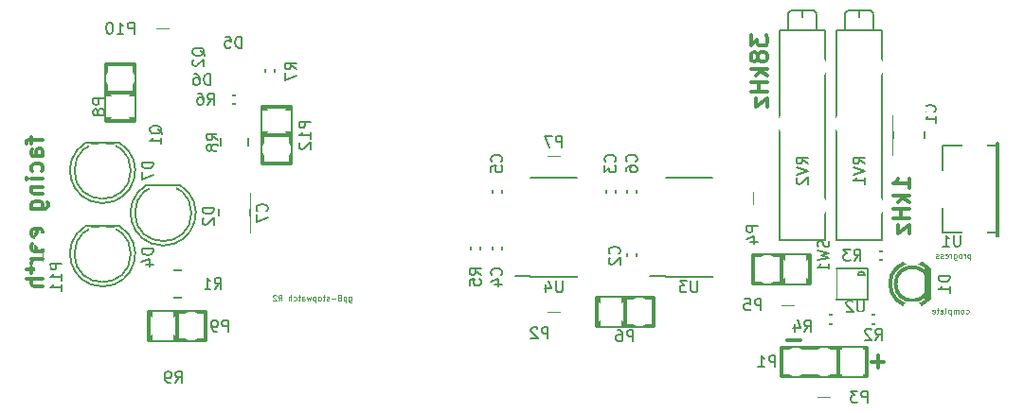
<source format=gbr>
%TF.GenerationSoftware,KiCad,Pcbnew,(2015-12-30 BZR 6409)-product*%
%TF.CreationDate,2016-01-04T10:25:45+01:00*%
%TF.ProjectId,transmitter,7472616E736D69747465722E6B696361,rev?*%
%TF.FileFunction,Legend,Bot*%
%FSLAX46Y46*%
G04 Gerber Fmt 4.6, Leading zero omitted, Abs format (unit mm)*
G04 Created by KiCad (PCBNEW (2015-12-30 BZR 6409)-product) date pon, 4 sty 2016, 10:25:45*
%MOMM*%
G01*
G04 APERTURE LIST*
%ADD10C,0.100000*%
%ADD11C,0.300000*%
%ADD12C,0.050800*%
%ADD13C,0.200660*%
%ADD14C,0.127000*%
%ADD15C,0.150000*%
%ADD16C,0.203200*%
%ADD17C,0.304800*%
%ADD18C,0.299720*%
%ADD19R,2.297380X2.297380*%
%ADD20R,1.748740X0.798780*%
%ADD21R,1.746200X0.798780*%
%ADD22C,1.197560*%
%ADD23R,1.400760X1.299160*%
%ADD24R,2.400000X2.300000*%
%ADD25C,2.300000*%
%ADD26O,2.600000X1.500000*%
%ADD27R,1.299160X1.400760*%
%ADD28R,3.092400X2.000200*%
%ADD29R,1.400000X0.650000*%
%ADD30R,1.924000X2.599640*%
%ADD31O,1.924000X2.599640*%
%ADD32R,2.899360X2.350720*%
%ADD33C,1.924000*%
%ADD34C,1.416000*%
%ADD35R,2.599640X1.924000*%
%ADD36O,2.599640X1.924000*%
%ADD37R,2.000200X3.092400*%
%ADD38C,1.720800*%
%ADD39R,1.900000X1.000000*%
%ADD40R,1.400000X1.000000*%
G04 APERTURE END LIST*
D10*
D11*
X122999428Y-114280143D02*
X121856571Y-114280143D01*
X130492428Y-116185143D02*
X129349571Y-116185143D01*
X129921000Y-116756571D02*
X129921000Y-115613714D01*
D12*
X137788952Y-111838619D02*
X137837333Y-111862810D01*
X137934095Y-111862810D01*
X137982476Y-111838619D01*
X138006667Y-111814429D01*
X138030857Y-111766048D01*
X138030857Y-111620905D01*
X138006667Y-111572524D01*
X137982476Y-111548333D01*
X137934095Y-111524143D01*
X137837333Y-111524143D01*
X137788952Y-111548333D01*
X137498666Y-111862810D02*
X137547047Y-111838619D01*
X137571238Y-111814429D01*
X137595428Y-111766048D01*
X137595428Y-111620905D01*
X137571238Y-111572524D01*
X137547047Y-111548333D01*
X137498666Y-111524143D01*
X137426095Y-111524143D01*
X137377714Y-111548333D01*
X137353523Y-111572524D01*
X137329333Y-111620905D01*
X137329333Y-111766048D01*
X137353523Y-111814429D01*
X137377714Y-111838619D01*
X137426095Y-111862810D01*
X137498666Y-111862810D01*
X137111619Y-111862810D02*
X137111619Y-111524143D01*
X137111619Y-111572524D02*
X137087428Y-111548333D01*
X137039047Y-111524143D01*
X136966476Y-111524143D01*
X136918095Y-111548333D01*
X136893904Y-111596714D01*
X136893904Y-111862810D01*
X136893904Y-111596714D02*
X136869714Y-111548333D01*
X136821333Y-111524143D01*
X136748761Y-111524143D01*
X136700381Y-111548333D01*
X136676190Y-111596714D01*
X136676190Y-111862810D01*
X136434286Y-111524143D02*
X136434286Y-112032143D01*
X136434286Y-111548333D02*
X136385905Y-111524143D01*
X136289143Y-111524143D01*
X136240762Y-111548333D01*
X136216571Y-111572524D01*
X136192381Y-111620905D01*
X136192381Y-111766048D01*
X136216571Y-111814429D01*
X136240762Y-111838619D01*
X136289143Y-111862810D01*
X136385905Y-111862810D01*
X136434286Y-111838619D01*
X135902095Y-111862810D02*
X135950476Y-111838619D01*
X135974667Y-111790238D01*
X135974667Y-111354810D01*
X135515048Y-111838619D02*
X135563429Y-111862810D01*
X135660191Y-111862810D01*
X135708572Y-111838619D01*
X135732762Y-111790238D01*
X135732762Y-111596714D01*
X135708572Y-111548333D01*
X135660191Y-111524143D01*
X135563429Y-111524143D01*
X135515048Y-111548333D01*
X135490857Y-111596714D01*
X135490857Y-111645095D01*
X135732762Y-111693476D01*
X135345714Y-111524143D02*
X135152190Y-111524143D01*
X135273143Y-111354810D02*
X135273143Y-111790238D01*
X135248952Y-111838619D01*
X135200571Y-111862810D01*
X135152190Y-111862810D01*
X134789333Y-111838619D02*
X134837714Y-111862810D01*
X134934476Y-111862810D01*
X134982857Y-111838619D01*
X135007047Y-111790238D01*
X135007047Y-111596714D01*
X134982857Y-111548333D01*
X134934476Y-111524143D01*
X134837714Y-111524143D01*
X134789333Y-111548333D01*
X134765142Y-111596714D01*
X134765142Y-111645095D01*
X135007047Y-111693476D01*
X138163905Y-106571143D02*
X138163905Y-107079143D01*
X138163905Y-106595333D02*
X138115524Y-106571143D01*
X138018762Y-106571143D01*
X137970381Y-106595333D01*
X137946190Y-106619524D01*
X137922000Y-106667905D01*
X137922000Y-106813048D01*
X137946190Y-106861429D01*
X137970381Y-106885619D01*
X138018762Y-106909810D01*
X138115524Y-106909810D01*
X138163905Y-106885619D01*
X137704286Y-106909810D02*
X137704286Y-106571143D01*
X137704286Y-106667905D02*
X137680095Y-106619524D01*
X137655905Y-106595333D01*
X137607524Y-106571143D01*
X137559143Y-106571143D01*
X137317238Y-106909810D02*
X137365619Y-106885619D01*
X137389810Y-106861429D01*
X137414000Y-106813048D01*
X137414000Y-106667905D01*
X137389810Y-106619524D01*
X137365619Y-106595333D01*
X137317238Y-106571143D01*
X137244667Y-106571143D01*
X137196286Y-106595333D01*
X137172095Y-106619524D01*
X137147905Y-106667905D01*
X137147905Y-106813048D01*
X137172095Y-106861429D01*
X137196286Y-106885619D01*
X137244667Y-106909810D01*
X137317238Y-106909810D01*
X136712476Y-106571143D02*
X136712476Y-106982381D01*
X136736667Y-107030762D01*
X136760857Y-107054952D01*
X136809238Y-107079143D01*
X136881810Y-107079143D01*
X136930191Y-107054952D01*
X136712476Y-106885619D02*
X136760857Y-106909810D01*
X136857619Y-106909810D01*
X136906000Y-106885619D01*
X136930191Y-106861429D01*
X136954381Y-106813048D01*
X136954381Y-106667905D01*
X136930191Y-106619524D01*
X136906000Y-106595333D01*
X136857619Y-106571143D01*
X136760857Y-106571143D01*
X136712476Y-106595333D01*
X136470572Y-106909810D02*
X136470572Y-106571143D01*
X136470572Y-106667905D02*
X136446381Y-106619524D01*
X136422191Y-106595333D01*
X136373810Y-106571143D01*
X136325429Y-106571143D01*
X135962572Y-106885619D02*
X136010953Y-106909810D01*
X136107715Y-106909810D01*
X136156096Y-106885619D01*
X136180286Y-106837238D01*
X136180286Y-106643714D01*
X136156096Y-106595333D01*
X136107715Y-106571143D01*
X136010953Y-106571143D01*
X135962572Y-106595333D01*
X135938381Y-106643714D01*
X135938381Y-106692095D01*
X136180286Y-106740476D01*
X135744857Y-106885619D02*
X135696476Y-106909810D01*
X135599714Y-106909810D01*
X135551333Y-106885619D01*
X135527143Y-106837238D01*
X135527143Y-106813048D01*
X135551333Y-106764667D01*
X135599714Y-106740476D01*
X135672286Y-106740476D01*
X135720667Y-106716286D01*
X135744857Y-106667905D01*
X135744857Y-106643714D01*
X135720667Y-106595333D01*
X135672286Y-106571143D01*
X135599714Y-106571143D01*
X135551333Y-106595333D01*
X135333619Y-106885619D02*
X135285238Y-106909810D01*
X135188476Y-106909810D01*
X135140095Y-106885619D01*
X135115905Y-106837238D01*
X135115905Y-106813048D01*
X135140095Y-106764667D01*
X135188476Y-106740476D01*
X135261048Y-106740476D01*
X135309429Y-106716286D01*
X135333619Y-106667905D01*
X135333619Y-106643714D01*
X135309429Y-106595333D01*
X135261048Y-106571143D01*
X135188476Y-106571143D01*
X135140095Y-106595333D01*
X82640714Y-110381143D02*
X82640714Y-110792381D01*
X82664905Y-110840762D01*
X82689095Y-110864952D01*
X82737476Y-110889143D01*
X82810048Y-110889143D01*
X82858429Y-110864952D01*
X82640714Y-110695619D02*
X82689095Y-110719810D01*
X82785857Y-110719810D01*
X82834238Y-110695619D01*
X82858429Y-110671429D01*
X82882619Y-110623048D01*
X82882619Y-110477905D01*
X82858429Y-110429524D01*
X82834238Y-110405333D01*
X82785857Y-110381143D01*
X82689095Y-110381143D01*
X82640714Y-110405333D01*
X82398810Y-110381143D02*
X82398810Y-110889143D01*
X82398810Y-110405333D02*
X82350429Y-110381143D01*
X82253667Y-110381143D01*
X82205286Y-110405333D01*
X82181095Y-110429524D01*
X82156905Y-110477905D01*
X82156905Y-110623048D01*
X82181095Y-110671429D01*
X82205286Y-110695619D01*
X82253667Y-110719810D01*
X82350429Y-110719810D01*
X82398810Y-110695619D01*
X81866619Y-110429524D02*
X81915000Y-110405333D01*
X81939191Y-110381143D01*
X81963381Y-110332762D01*
X81963381Y-110308571D01*
X81939191Y-110260190D01*
X81915000Y-110236000D01*
X81866619Y-110211810D01*
X81769857Y-110211810D01*
X81721476Y-110236000D01*
X81697286Y-110260190D01*
X81673095Y-110308571D01*
X81673095Y-110332762D01*
X81697286Y-110381143D01*
X81721476Y-110405333D01*
X81769857Y-110429524D01*
X81866619Y-110429524D01*
X81915000Y-110453714D01*
X81939191Y-110477905D01*
X81963381Y-110526286D01*
X81963381Y-110623048D01*
X81939191Y-110671429D01*
X81915000Y-110695619D01*
X81866619Y-110719810D01*
X81769857Y-110719810D01*
X81721476Y-110695619D01*
X81697286Y-110671429D01*
X81673095Y-110623048D01*
X81673095Y-110526286D01*
X81697286Y-110477905D01*
X81721476Y-110453714D01*
X81769857Y-110429524D01*
X81455381Y-110526286D02*
X81068333Y-110526286D01*
X80850619Y-110695619D02*
X80802238Y-110719810D01*
X80705476Y-110719810D01*
X80657095Y-110695619D01*
X80632905Y-110647238D01*
X80632905Y-110623048D01*
X80657095Y-110574667D01*
X80705476Y-110550476D01*
X80778048Y-110550476D01*
X80826429Y-110526286D01*
X80850619Y-110477905D01*
X80850619Y-110453714D01*
X80826429Y-110405333D01*
X80778048Y-110381143D01*
X80705476Y-110381143D01*
X80657095Y-110405333D01*
X80487762Y-110381143D02*
X80294238Y-110381143D01*
X80415191Y-110211810D02*
X80415191Y-110647238D01*
X80391000Y-110695619D01*
X80342619Y-110719810D01*
X80294238Y-110719810D01*
X80052333Y-110719810D02*
X80100714Y-110695619D01*
X80124905Y-110671429D01*
X80149095Y-110623048D01*
X80149095Y-110477905D01*
X80124905Y-110429524D01*
X80100714Y-110405333D01*
X80052333Y-110381143D01*
X79979762Y-110381143D01*
X79931381Y-110405333D01*
X79907190Y-110429524D01*
X79883000Y-110477905D01*
X79883000Y-110623048D01*
X79907190Y-110671429D01*
X79931381Y-110695619D01*
X79979762Y-110719810D01*
X80052333Y-110719810D01*
X79665286Y-110381143D02*
X79665286Y-110889143D01*
X79665286Y-110405333D02*
X79616905Y-110381143D01*
X79520143Y-110381143D01*
X79471762Y-110405333D01*
X79447571Y-110429524D01*
X79423381Y-110477905D01*
X79423381Y-110623048D01*
X79447571Y-110671429D01*
X79471762Y-110695619D01*
X79520143Y-110719810D01*
X79616905Y-110719810D01*
X79665286Y-110695619D01*
X79254048Y-110381143D02*
X79157286Y-110719810D01*
X79060524Y-110477905D01*
X78963762Y-110719810D01*
X78867000Y-110381143D01*
X78455762Y-110719810D02*
X78455762Y-110453714D01*
X78479953Y-110405333D01*
X78528334Y-110381143D01*
X78625096Y-110381143D01*
X78673477Y-110405333D01*
X78455762Y-110695619D02*
X78504143Y-110719810D01*
X78625096Y-110719810D01*
X78673477Y-110695619D01*
X78697667Y-110647238D01*
X78697667Y-110598857D01*
X78673477Y-110550476D01*
X78625096Y-110526286D01*
X78504143Y-110526286D01*
X78455762Y-110502095D01*
X78286429Y-110381143D02*
X78092905Y-110381143D01*
X78213858Y-110211810D02*
X78213858Y-110647238D01*
X78189667Y-110695619D01*
X78141286Y-110719810D01*
X78092905Y-110719810D01*
X77705857Y-110695619D02*
X77754238Y-110719810D01*
X77851000Y-110719810D01*
X77899381Y-110695619D01*
X77923572Y-110671429D01*
X77947762Y-110623048D01*
X77947762Y-110477905D01*
X77923572Y-110429524D01*
X77899381Y-110405333D01*
X77851000Y-110381143D01*
X77754238Y-110381143D01*
X77705857Y-110405333D01*
X77488143Y-110719810D02*
X77488143Y-110211810D01*
X77270428Y-110719810D02*
X77270428Y-110453714D01*
X77294619Y-110405333D01*
X77343000Y-110381143D01*
X77415571Y-110381143D01*
X77463952Y-110405333D01*
X77488143Y-110429524D01*
X76351190Y-110719810D02*
X76520523Y-110477905D01*
X76641476Y-110719810D02*
X76641476Y-110211810D01*
X76447952Y-110211810D01*
X76399571Y-110236000D01*
X76375380Y-110260190D01*
X76351190Y-110308571D01*
X76351190Y-110381143D01*
X76375380Y-110429524D01*
X76399571Y-110453714D01*
X76447952Y-110477905D01*
X76641476Y-110477905D01*
X76157666Y-110260190D02*
X76133476Y-110236000D01*
X76085095Y-110211810D01*
X75964142Y-110211810D01*
X75915761Y-110236000D01*
X75891571Y-110260190D01*
X75867380Y-110308571D01*
X75867380Y-110356952D01*
X75891571Y-110429524D01*
X76181857Y-110719810D01*
X75867380Y-110719810D01*
D11*
X54288571Y-96084286D02*
X54288571Y-96655715D01*
X55288571Y-96298572D02*
X54002857Y-96298572D01*
X53860000Y-96370000D01*
X53788571Y-96512858D01*
X53788571Y-96655715D01*
X55288571Y-97798572D02*
X54502857Y-97798572D01*
X54360000Y-97727143D01*
X54288571Y-97584286D01*
X54288571Y-97298572D01*
X54360000Y-97155715D01*
X55217143Y-97798572D02*
X55288571Y-97655715D01*
X55288571Y-97298572D01*
X55217143Y-97155715D01*
X55074286Y-97084286D01*
X54931429Y-97084286D01*
X54788571Y-97155715D01*
X54717143Y-97298572D01*
X54717143Y-97655715D01*
X54645714Y-97798572D01*
X55217143Y-99155715D02*
X55288571Y-99012858D01*
X55288571Y-98727144D01*
X55217143Y-98584286D01*
X55145714Y-98512858D01*
X55002857Y-98441429D01*
X54574286Y-98441429D01*
X54431429Y-98512858D01*
X54360000Y-98584286D01*
X54288571Y-98727144D01*
X54288571Y-99012858D01*
X54360000Y-99155715D01*
X55288571Y-99798572D02*
X54288571Y-99798572D01*
X53788571Y-99798572D02*
X53860000Y-99727143D01*
X53931429Y-99798572D01*
X53860000Y-99870000D01*
X53788571Y-99798572D01*
X53931429Y-99798572D01*
X54288571Y-100512858D02*
X55288571Y-100512858D01*
X54431429Y-100512858D02*
X54360000Y-100584286D01*
X54288571Y-100727144D01*
X54288571Y-100941429D01*
X54360000Y-101084286D01*
X54502857Y-101155715D01*
X55288571Y-101155715D01*
X54288571Y-102512858D02*
X55502857Y-102512858D01*
X55645714Y-102441429D01*
X55717143Y-102370001D01*
X55788571Y-102227144D01*
X55788571Y-102012858D01*
X55717143Y-101870001D01*
X55217143Y-102512858D02*
X55288571Y-102370001D01*
X55288571Y-102084287D01*
X55217143Y-101941429D01*
X55145714Y-101870001D01*
X55002857Y-101798572D01*
X54574286Y-101798572D01*
X54431429Y-101870001D01*
X54360000Y-101941429D01*
X54288571Y-102084287D01*
X54288571Y-102370001D01*
X54360000Y-102512858D01*
X55217143Y-104941429D02*
X55288571Y-104798572D01*
X55288571Y-104512858D01*
X55217143Y-104370001D01*
X55074286Y-104298572D01*
X54502857Y-104298572D01*
X54360000Y-104370001D01*
X54288571Y-104512858D01*
X54288571Y-104798572D01*
X54360000Y-104941429D01*
X54502857Y-105012858D01*
X54645714Y-105012858D01*
X54788571Y-104298572D01*
X55288571Y-106298572D02*
X54502857Y-106298572D01*
X54360000Y-106227143D01*
X54288571Y-106084286D01*
X54288571Y-105798572D01*
X54360000Y-105655715D01*
X55217143Y-106298572D02*
X55288571Y-106155715D01*
X55288571Y-105798572D01*
X55217143Y-105655715D01*
X55074286Y-105584286D01*
X54931429Y-105584286D01*
X54788571Y-105655715D01*
X54717143Y-105798572D01*
X54717143Y-106155715D01*
X54645714Y-106298572D01*
X55288571Y-107012858D02*
X54288571Y-107012858D01*
X54574286Y-107012858D02*
X54431429Y-107084286D01*
X54360000Y-107155715D01*
X54288571Y-107298572D01*
X54288571Y-107441429D01*
X54288571Y-107727143D02*
X54288571Y-108298572D01*
X53788571Y-107941429D02*
X55074286Y-107941429D01*
X55217143Y-108012857D01*
X55288571Y-108155715D01*
X55288571Y-108298572D01*
X55288571Y-108798572D02*
X53788571Y-108798572D01*
X55288571Y-109441429D02*
X54502857Y-109441429D01*
X54360000Y-109370000D01*
X54288571Y-109227143D01*
X54288571Y-109012858D01*
X54360000Y-108870000D01*
X54431429Y-108798572D01*
X132758571Y-100663571D02*
X132758571Y-99806428D01*
X132758571Y-100235000D02*
X131258571Y-100235000D01*
X131472857Y-100092143D01*
X131615714Y-99949285D01*
X131687143Y-99806428D01*
X132758571Y-101306428D02*
X131258571Y-101306428D01*
X132187143Y-101449285D02*
X132758571Y-101877856D01*
X131758571Y-101877856D02*
X132330000Y-101306428D01*
X132758571Y-102520714D02*
X131258571Y-102520714D01*
X131972857Y-102520714D02*
X131972857Y-103377857D01*
X132758571Y-103377857D02*
X131258571Y-103377857D01*
X131758571Y-103949286D02*
X131758571Y-104735000D01*
X132758571Y-103949286D01*
X132758571Y-104735000D01*
X118558571Y-86955715D02*
X118558571Y-87884286D01*
X119130000Y-87384286D01*
X119130000Y-87598572D01*
X119201429Y-87741429D01*
X119272857Y-87812858D01*
X119415714Y-87884286D01*
X119772857Y-87884286D01*
X119915714Y-87812858D01*
X119987143Y-87741429D01*
X120058571Y-87598572D01*
X120058571Y-87170000D01*
X119987143Y-87027143D01*
X119915714Y-86955715D01*
X119201429Y-88741429D02*
X119130000Y-88598571D01*
X119058571Y-88527143D01*
X118915714Y-88455714D01*
X118844286Y-88455714D01*
X118701429Y-88527143D01*
X118630000Y-88598571D01*
X118558571Y-88741429D01*
X118558571Y-89027143D01*
X118630000Y-89170000D01*
X118701429Y-89241429D01*
X118844286Y-89312857D01*
X118915714Y-89312857D01*
X119058571Y-89241429D01*
X119130000Y-89170000D01*
X119201429Y-89027143D01*
X119201429Y-88741429D01*
X119272857Y-88598571D01*
X119344286Y-88527143D01*
X119487143Y-88455714D01*
X119772857Y-88455714D01*
X119915714Y-88527143D01*
X119987143Y-88598571D01*
X120058571Y-88741429D01*
X120058571Y-89027143D01*
X119987143Y-89170000D01*
X119915714Y-89241429D01*
X119772857Y-89312857D01*
X119487143Y-89312857D01*
X119344286Y-89241429D01*
X119272857Y-89170000D01*
X119201429Y-89027143D01*
X120058571Y-89955714D02*
X118558571Y-89955714D01*
X119487143Y-90098571D02*
X120058571Y-90527142D01*
X119058571Y-90527142D02*
X119630000Y-89955714D01*
X120058571Y-91170000D02*
X118558571Y-91170000D01*
X119272857Y-91170000D02*
X119272857Y-92027143D01*
X120058571Y-92027143D02*
X118558571Y-92027143D01*
X119058571Y-92598572D02*
X119058571Y-93384286D01*
X120058571Y-92598572D01*
X120058571Y-93384286D01*
D13*
X140614980Y-96541840D02*
X140614980Y-104944160D01*
X140716580Y-96541840D02*
X140716580Y-104944160D01*
X140716580Y-104944160D02*
X140515920Y-104944160D01*
X140515920Y-104944160D02*
X140515920Y-96541840D01*
X140515920Y-96541840D02*
X140716580Y-96541840D01*
X140716580Y-96844100D02*
X135715320Y-96844100D01*
X135715320Y-96844100D02*
X135715320Y-104641900D01*
X135715320Y-104641900D02*
X140716580Y-104641900D01*
D14*
X108356400Y-107238800D02*
X107543600Y-107238800D01*
X107569000Y-106121200D02*
X108356400Y-106121200D01*
X107543600Y-105867200D02*
X107543600Y-107492800D01*
X107543600Y-107492800D02*
X108356400Y-107492800D01*
X108356400Y-107492800D02*
X108356400Y-105867200D01*
X108356400Y-105867200D02*
X107543600Y-105867200D01*
X106451400Y-101523800D02*
X105638600Y-101523800D01*
X105664000Y-100406200D02*
X106451400Y-100406200D01*
X105638600Y-100152200D02*
X105638600Y-101777800D01*
X105638600Y-101777800D02*
X106451400Y-101777800D01*
X106451400Y-101777800D02*
X106451400Y-100152200D01*
X106451400Y-100152200D02*
X105638600Y-100152200D01*
X96291400Y-106603800D02*
X95478600Y-106603800D01*
X95504000Y-105486200D02*
X96291400Y-105486200D01*
X95478600Y-105232200D02*
X95478600Y-106857800D01*
X95478600Y-106857800D02*
X96291400Y-106857800D01*
X96291400Y-106857800D02*
X96291400Y-105232200D01*
X96291400Y-105232200D02*
X95478600Y-105232200D01*
D15*
X62150904Y-104053112D02*
G75*
G02X59126000Y-104038000I-1524904J-2484888D01*
G01*
X62126000Y-104038000D02*
X59126000Y-104038000D01*
X63143936Y-106538000D02*
G75*
G03X63143936Y-106538000I-2517936J0D01*
G01*
D14*
X130098800Y-111988600D02*
X130098800Y-112801400D01*
X128981200Y-112776000D02*
X128981200Y-111988600D01*
X128727200Y-112801400D02*
X130352800Y-112801400D01*
X130352800Y-112801400D02*
X130352800Y-111988600D01*
X130352800Y-111988600D02*
X128727200Y-111988600D01*
X128727200Y-111988600D02*
X128727200Y-112801400D01*
X130733800Y-106273600D02*
X130733800Y-107086400D01*
X129616200Y-107061000D02*
X129616200Y-106273600D01*
X129362200Y-107086400D02*
X130987800Y-107086400D01*
X130987800Y-107086400D02*
X130987800Y-106273600D01*
X130987800Y-106273600D02*
X129362200Y-106273600D01*
X129362200Y-106273600D02*
X129362200Y-107086400D01*
X125171200Y-112801400D02*
X125171200Y-111988600D01*
X126288800Y-112014000D02*
X126288800Y-112801400D01*
X126542800Y-111988600D02*
X124917200Y-111988600D01*
X124917200Y-111988600D02*
X124917200Y-112801400D01*
X124917200Y-112801400D02*
X126542800Y-112801400D01*
X126542800Y-112801400D02*
X126542800Y-111988600D01*
X94386400Y-106603800D02*
X93573600Y-106603800D01*
X93599000Y-105486200D02*
X94386400Y-105486200D01*
X93573600Y-105232200D02*
X93573600Y-106857800D01*
X93573600Y-106857800D02*
X94386400Y-106857800D01*
X94386400Y-106857800D02*
X94386400Y-105232200D01*
X94386400Y-105232200D02*
X93573600Y-105232200D01*
X71831200Y-93116400D02*
X71831200Y-92303600D01*
X72948800Y-92329000D02*
X72948800Y-93116400D01*
X73202800Y-92303600D02*
X71577200Y-92303600D01*
X71577200Y-92303600D02*
X71577200Y-93116400D01*
X71577200Y-93116400D02*
X73202800Y-93116400D01*
X73202800Y-93116400D02*
X73202800Y-92303600D01*
X75971400Y-90728800D02*
X75158600Y-90728800D01*
X75184000Y-89611200D02*
X75971400Y-89611200D01*
X75158600Y-89357200D02*
X75158600Y-90982800D01*
X75158600Y-90982800D02*
X75971400Y-90982800D01*
X75971400Y-90982800D02*
X75971400Y-89357200D01*
X75971400Y-89357200D02*
X75158600Y-89357200D01*
X71145400Y-94919800D02*
X73634600Y-94919800D01*
X73634600Y-98120200D02*
X71145400Y-98120200D01*
X71145400Y-97663000D02*
X73634600Y-97663000D01*
X73634600Y-95377000D02*
X71145400Y-95377000D01*
X73634600Y-94919800D02*
X73634600Y-98120200D01*
X71145400Y-98120200D02*
X71145400Y-94919800D01*
D16*
X126235000Y-107820000D02*
X126235000Y-110620000D01*
X126235000Y-110620000D02*
X129035000Y-110620000D01*
X129035000Y-110620000D02*
X129035000Y-107820000D01*
X129035000Y-107820000D02*
X126235000Y-107820000D01*
X128135000Y-108420000D02*
G75*
G02X128735000Y-108420000I300000J0D01*
G01*
X128135000Y-108420000D02*
X128735000Y-108420000D01*
D17*
X121285000Y-106680000D02*
X121285000Y-109220000D01*
X121285000Y-109220000D02*
X123825000Y-106680000D01*
X123825000Y-109220000D02*
X121285000Y-106680000D01*
X118745000Y-109220000D02*
X123825000Y-109220000D01*
X123825000Y-106680000D02*
X118745000Y-106680000D01*
X123825000Y-109220000D02*
X123825000Y-106680000D01*
X118745000Y-106680000D02*
X118745000Y-109220000D01*
D15*
X62150904Y-96590112D02*
G75*
G02X59126000Y-96575000I-1524904J-2484888D01*
G01*
X62126000Y-96575000D02*
X59126000Y-96575000D01*
X63143936Y-99075000D02*
G75*
G03X63143936Y-99075000I-2517936J0D01*
G01*
D14*
X96291400Y-101523800D02*
X95478600Y-101523800D01*
X95504000Y-100406200D02*
X96291400Y-100406200D01*
X95478600Y-100152200D02*
X95478600Y-101777800D01*
X95478600Y-101777800D02*
X96291400Y-101777800D01*
X96291400Y-101777800D02*
X96291400Y-100152200D01*
X96291400Y-100152200D02*
X95478600Y-100152200D01*
X108356400Y-101523800D02*
X107543600Y-101523800D01*
X107569000Y-100406200D02*
X108356400Y-100406200D01*
X107543600Y-100152200D02*
X107543600Y-101777800D01*
X107543600Y-101777800D02*
X108356400Y-101777800D01*
X108356400Y-101777800D02*
X108356400Y-100152200D01*
X108356400Y-100152200D02*
X107543600Y-100152200D01*
X131318000Y-97091500D02*
X134112000Y-97091500D01*
X131318000Y-97663000D02*
X131318000Y-94107000D01*
X131318000Y-94107000D02*
X134112000Y-94107000D01*
X134112000Y-94107000D02*
X134112000Y-97663000D01*
X134112000Y-97663000D02*
X131318000Y-97663000D01*
X70993000Y-104076500D02*
X73787000Y-104076500D01*
X70993000Y-104648000D02*
X70993000Y-101092000D01*
X70993000Y-101092000D02*
X73787000Y-101092000D01*
X73787000Y-101092000D02*
X73787000Y-104648000D01*
X73787000Y-104648000D02*
X70993000Y-104648000D01*
D18*
X134508760Y-110530640D02*
G75*
G02X131689360Y-110728760I-1508760J1310640D01*
G01*
X131669040Y-107718860D02*
G75*
G02X134501140Y-107889040I1330960J-1501140D01*
G01*
X133000000Y-111218980D02*
G75*
G02X131001020Y-109220000I0J1998980D01*
G01*
X131001020Y-109220000D02*
G75*
G02X133000000Y-107221020I1998980J0D01*
G01*
X134300480Y-107718860D02*
X134300480Y-110721140D01*
X134501140Y-107919520D02*
X134501140Y-110520480D01*
X134501140Y-109220000D02*
G75*
G03X134501140Y-109220000I-1501140J0D01*
G01*
D15*
X67564904Y-100385112D02*
G75*
G02X64540000Y-100370000I-1524904J-2484888D01*
G01*
X67540000Y-100370000D02*
X64540000Y-100370000D01*
X68557936Y-102870000D02*
G75*
G03X68557936Y-102870000I-2517936J0D01*
G01*
D17*
X126365000Y-117475000D02*
X126365000Y-114935000D01*
X128905000Y-114935000D02*
X121285000Y-114935000D01*
X121285000Y-114935000D02*
X121285000Y-117475000D01*
X121285000Y-117475000D02*
X128905000Y-117475000D01*
X128905000Y-117475000D02*
X128905000Y-114935000D01*
D10*
X99695000Y-111760000D02*
X102235000Y-111760000D01*
X123825000Y-119380000D02*
X126365000Y-119380000D01*
X118745000Y-100330000D02*
X118745000Y-102870000D01*
X123190000Y-111125000D02*
X120650000Y-111125000D01*
D17*
X107315000Y-113030000D02*
X107315000Y-110490000D01*
X107315000Y-110490000D02*
X104775000Y-113030000D01*
X104775000Y-110490000D02*
X107315000Y-113030000D01*
X109855000Y-110490000D02*
X104775000Y-110490000D01*
X104775000Y-113030000D02*
X109855000Y-113030000D01*
X104775000Y-110490000D02*
X104775000Y-113030000D01*
X109855000Y-113030000D02*
X109855000Y-110490000D01*
D10*
X99695000Y-97790000D02*
X102235000Y-97790000D01*
D17*
X63500000Y-92075000D02*
X60960000Y-92075000D01*
X60960000Y-92075000D02*
X63500000Y-94615000D01*
X60960000Y-94615000D02*
X63500000Y-92075000D01*
X60960000Y-89535000D02*
X60960000Y-94615000D01*
X63500000Y-94615000D02*
X63500000Y-89535000D01*
X60960000Y-94615000D02*
X63500000Y-94615000D01*
X63500000Y-89535000D02*
X60960000Y-89535000D01*
X67310000Y-114300000D02*
X67310000Y-111760000D01*
X67310000Y-111760000D02*
X64770000Y-114300000D01*
X64770000Y-111760000D02*
X67310000Y-114300000D01*
X69850000Y-111760000D02*
X64770000Y-111760000D01*
X64770000Y-114300000D02*
X69850000Y-114300000D01*
X64770000Y-111760000D02*
X64770000Y-114300000D01*
X69850000Y-114300000D02*
X69850000Y-111760000D01*
D10*
X67310000Y-86360000D02*
X64770000Y-86360000D01*
X55245000Y-105410000D02*
X55245000Y-107950000D01*
D17*
X74930000Y-95885000D02*
X77470000Y-95885000D01*
X77470000Y-95885000D02*
X74930000Y-93345000D01*
X77470000Y-93345000D02*
X74930000Y-95885000D01*
X77470000Y-98425000D02*
X77470000Y-93345000D01*
X74930000Y-93345000D02*
X74930000Y-98425000D01*
X77470000Y-93345000D02*
X74930000Y-93345000D01*
X74930000Y-98425000D02*
X77470000Y-98425000D01*
D14*
X68910200Y-107975400D02*
X68910200Y-110464600D01*
X65709800Y-110464600D02*
X65709800Y-107975400D01*
X66167000Y-107975400D02*
X66167000Y-110464600D01*
X68453000Y-110464600D02*
X68453000Y-107975400D01*
X68910200Y-110464600D02*
X65709800Y-110464600D01*
X65709800Y-107975400D02*
X68910200Y-107975400D01*
D15*
X127000000Y-84963000D02*
X127254000Y-84709000D01*
X127254000Y-84709000D02*
X128270000Y-84709000D01*
X128270000Y-84709000D02*
X129286000Y-84709000D01*
X129286000Y-84709000D02*
X129540000Y-84963000D01*
X127000000Y-86360000D02*
X127000000Y-85090000D01*
X129540000Y-86360000D02*
X129540000Y-85090000D01*
X128270000Y-84836000D02*
X128270000Y-85344000D01*
X130302000Y-86487000D02*
X126238000Y-86487000D01*
X130302000Y-105283000D02*
X126238000Y-105283000D01*
X130302000Y-86487000D02*
X130302000Y-105283000D01*
X126238000Y-105283000D02*
X126238000Y-86487000D01*
X121920000Y-84963000D02*
X122174000Y-84709000D01*
X122174000Y-84709000D02*
X123190000Y-84709000D01*
X123190000Y-84709000D02*
X124206000Y-84709000D01*
X124206000Y-84709000D02*
X124460000Y-84963000D01*
X121920000Y-86360000D02*
X121920000Y-85090000D01*
X124460000Y-86360000D02*
X124460000Y-85090000D01*
X123190000Y-84836000D02*
X123190000Y-85344000D01*
X125222000Y-86487000D02*
X121158000Y-86487000D01*
X125222000Y-105283000D02*
X121158000Y-105283000D01*
X125222000Y-86487000D02*
X125222000Y-105283000D01*
X121158000Y-105283000D02*
X121158000Y-86487000D01*
X110955000Y-108590000D02*
X110955000Y-108475000D01*
X115105000Y-108590000D02*
X115105000Y-108475000D01*
X115105000Y-99690000D02*
X115105000Y-99805000D01*
X110955000Y-99690000D02*
X110955000Y-99805000D01*
X110955000Y-108590000D02*
X115105000Y-108590000D01*
X110955000Y-99690000D02*
X115105000Y-99690000D01*
X110955000Y-108475000D02*
X109580000Y-108475000D01*
X98890000Y-108590000D02*
X98890000Y-108475000D01*
X103040000Y-108590000D02*
X103040000Y-108475000D01*
X103040000Y-99690000D02*
X103040000Y-99805000D01*
X98890000Y-99690000D02*
X98890000Y-99805000D01*
X98890000Y-108590000D02*
X103040000Y-108590000D01*
X98890000Y-99690000D02*
X103040000Y-99690000D01*
X98890000Y-108475000D02*
X97515000Y-108475000D01*
X137286905Y-104862381D02*
X137286905Y-105671905D01*
X137239286Y-105767143D01*
X137191667Y-105814762D01*
X137096429Y-105862381D01*
X136905952Y-105862381D01*
X136810714Y-105814762D01*
X136763095Y-105767143D01*
X136715476Y-105671905D01*
X136715476Y-104862381D01*
X135715476Y-105862381D02*
X136286905Y-105862381D01*
X136001191Y-105862381D02*
X136001191Y-104862381D01*
X136096429Y-105005238D01*
X136191667Y-105100476D01*
X136286905Y-105148095D01*
X106783143Y-106513334D02*
X106830762Y-106465715D01*
X106878381Y-106322858D01*
X106878381Y-106227620D01*
X106830762Y-106084762D01*
X106735524Y-105989524D01*
X106640286Y-105941905D01*
X106449810Y-105894286D01*
X106306952Y-105894286D01*
X106116476Y-105941905D01*
X106021238Y-105989524D01*
X105926000Y-106084762D01*
X105878381Y-106227620D01*
X105878381Y-106322858D01*
X105926000Y-106465715D01*
X105973619Y-106513334D01*
X105973619Y-106894286D02*
X105926000Y-106941905D01*
X105878381Y-107037143D01*
X105878381Y-107275239D01*
X105926000Y-107370477D01*
X105973619Y-107418096D01*
X106068857Y-107465715D01*
X106164095Y-107465715D01*
X106306952Y-107418096D01*
X106878381Y-106846667D01*
X106878381Y-107465715D01*
X106402143Y-98258334D02*
X106449762Y-98210715D01*
X106497381Y-98067858D01*
X106497381Y-97972620D01*
X106449762Y-97829762D01*
X106354524Y-97734524D01*
X106259286Y-97686905D01*
X106068810Y-97639286D01*
X105925952Y-97639286D01*
X105735476Y-97686905D01*
X105640238Y-97734524D01*
X105545000Y-97829762D01*
X105497381Y-97972620D01*
X105497381Y-98067858D01*
X105545000Y-98210715D01*
X105592619Y-98258334D01*
X105497381Y-98591667D02*
X105497381Y-99210715D01*
X105878333Y-98877381D01*
X105878333Y-99020239D01*
X105925952Y-99115477D01*
X105973571Y-99163096D01*
X106068810Y-99210715D01*
X106306905Y-99210715D01*
X106402143Y-99163096D01*
X106449762Y-99115477D01*
X106497381Y-99020239D01*
X106497381Y-98734524D01*
X106449762Y-98639286D01*
X106402143Y-98591667D01*
X96242143Y-108418334D02*
X96289762Y-108370715D01*
X96337381Y-108227858D01*
X96337381Y-108132620D01*
X96289762Y-107989762D01*
X96194524Y-107894524D01*
X96099286Y-107846905D01*
X95908810Y-107799286D01*
X95765952Y-107799286D01*
X95575476Y-107846905D01*
X95480238Y-107894524D01*
X95385000Y-107989762D01*
X95337381Y-108132620D01*
X95337381Y-108227858D01*
X95385000Y-108370715D01*
X95432619Y-108418334D01*
X95670714Y-109275477D02*
X96337381Y-109275477D01*
X95289762Y-109037381D02*
X96004048Y-108799286D01*
X96004048Y-109418334D01*
X65142381Y-106053905D02*
X64142381Y-106053905D01*
X64142381Y-106292000D01*
X64190000Y-106434858D01*
X64285238Y-106530096D01*
X64380476Y-106577715D01*
X64570952Y-106625334D01*
X64713810Y-106625334D01*
X64904286Y-106577715D01*
X64999524Y-106530096D01*
X65094762Y-106434858D01*
X65142381Y-106292000D01*
X65142381Y-106053905D01*
X64475714Y-107482477D02*
X65142381Y-107482477D01*
X64094762Y-107244381D02*
X64809048Y-107006286D01*
X64809048Y-107625334D01*
X65952619Y-95789762D02*
X65905000Y-95694524D01*
X65809762Y-95599286D01*
X65666905Y-95456429D01*
X65619286Y-95361190D01*
X65619286Y-95265952D01*
X65857381Y-95313571D02*
X65809762Y-95218333D01*
X65714524Y-95123095D01*
X65524048Y-95075476D01*
X65190714Y-95075476D01*
X65000238Y-95123095D01*
X64905000Y-95218333D01*
X64857381Y-95313571D01*
X64857381Y-95504048D01*
X64905000Y-95599286D01*
X65000238Y-95694524D01*
X65190714Y-95742143D01*
X65524048Y-95742143D01*
X65714524Y-95694524D01*
X65809762Y-95599286D01*
X65857381Y-95504048D01*
X65857381Y-95313571D01*
X65857381Y-96694524D02*
X65857381Y-96123095D01*
X65857381Y-96408809D02*
X64857381Y-96408809D01*
X65000238Y-96313571D01*
X65095476Y-96218333D01*
X65143095Y-96123095D01*
X69762619Y-88804762D02*
X69715000Y-88709524D01*
X69619762Y-88614286D01*
X69476905Y-88471429D01*
X69429286Y-88376190D01*
X69429286Y-88280952D01*
X69667381Y-88328571D02*
X69619762Y-88233333D01*
X69524524Y-88138095D01*
X69334048Y-88090476D01*
X69000714Y-88090476D01*
X68810238Y-88138095D01*
X68715000Y-88233333D01*
X68667381Y-88328571D01*
X68667381Y-88519048D01*
X68715000Y-88614286D01*
X68810238Y-88709524D01*
X69000714Y-88757143D01*
X69334048Y-88757143D01*
X69524524Y-88709524D01*
X69619762Y-88614286D01*
X69667381Y-88519048D01*
X69667381Y-88328571D01*
X68762619Y-89138095D02*
X68715000Y-89185714D01*
X68667381Y-89280952D01*
X68667381Y-89519048D01*
X68715000Y-89614286D01*
X68762619Y-89661905D01*
X68857857Y-89709524D01*
X68953095Y-89709524D01*
X69095952Y-89661905D01*
X69667381Y-89090476D01*
X69667381Y-89709524D01*
X129706666Y-114244381D02*
X130040000Y-113768190D01*
X130278095Y-114244381D02*
X130278095Y-113244381D01*
X129897142Y-113244381D01*
X129801904Y-113292000D01*
X129754285Y-113339619D01*
X129706666Y-113434857D01*
X129706666Y-113577714D01*
X129754285Y-113672952D01*
X129801904Y-113720571D01*
X129897142Y-113768190D01*
X130278095Y-113768190D01*
X129325714Y-113339619D02*
X129278095Y-113292000D01*
X129182857Y-113244381D01*
X128944761Y-113244381D01*
X128849523Y-113292000D01*
X128801904Y-113339619D01*
X128754285Y-113434857D01*
X128754285Y-113530095D01*
X128801904Y-113672952D01*
X129373333Y-114244381D01*
X128754285Y-114244381D01*
X127801666Y-107132381D02*
X128135000Y-106656190D01*
X128373095Y-107132381D02*
X128373095Y-106132381D01*
X127992142Y-106132381D01*
X127896904Y-106180000D01*
X127849285Y-106227619D01*
X127801666Y-106322857D01*
X127801666Y-106465714D01*
X127849285Y-106560952D01*
X127896904Y-106608571D01*
X127992142Y-106656190D01*
X128373095Y-106656190D01*
X127468333Y-106132381D02*
X126849285Y-106132381D01*
X127182619Y-106513333D01*
X127039761Y-106513333D01*
X126944523Y-106560952D01*
X126896904Y-106608571D01*
X126849285Y-106703810D01*
X126849285Y-106941905D01*
X126896904Y-107037143D01*
X126944523Y-107084762D01*
X127039761Y-107132381D01*
X127325476Y-107132381D01*
X127420714Y-107084762D01*
X127468333Y-107037143D01*
X123356666Y-113482381D02*
X123690000Y-113006190D01*
X123928095Y-113482381D02*
X123928095Y-112482381D01*
X123547142Y-112482381D01*
X123451904Y-112530000D01*
X123404285Y-112577619D01*
X123356666Y-112672857D01*
X123356666Y-112815714D01*
X123404285Y-112910952D01*
X123451904Y-112958571D01*
X123547142Y-113006190D01*
X123928095Y-113006190D01*
X122499523Y-112815714D02*
X122499523Y-113482381D01*
X122737619Y-112434762D02*
X122975714Y-113149048D01*
X122356666Y-113149048D01*
X94432381Y-108418334D02*
X93956190Y-108085000D01*
X94432381Y-107846905D02*
X93432381Y-107846905D01*
X93432381Y-108227858D01*
X93480000Y-108323096D01*
X93527619Y-108370715D01*
X93622857Y-108418334D01*
X93765714Y-108418334D01*
X93860952Y-108370715D01*
X93908571Y-108323096D01*
X93956190Y-108227858D01*
X93956190Y-107846905D01*
X93432381Y-109323096D02*
X93432381Y-108846905D01*
X93908571Y-108799286D01*
X93860952Y-108846905D01*
X93813333Y-108942143D01*
X93813333Y-109180239D01*
X93860952Y-109275477D01*
X93908571Y-109323096D01*
X94003810Y-109370715D01*
X94241905Y-109370715D01*
X94337143Y-109323096D01*
X94384762Y-109275477D01*
X94432381Y-109180239D01*
X94432381Y-108942143D01*
X94384762Y-108846905D01*
X94337143Y-108799286D01*
X70016666Y-93162381D02*
X70350000Y-92686190D01*
X70588095Y-93162381D02*
X70588095Y-92162381D01*
X70207142Y-92162381D01*
X70111904Y-92210000D01*
X70064285Y-92257619D01*
X70016666Y-92352857D01*
X70016666Y-92495714D01*
X70064285Y-92590952D01*
X70111904Y-92638571D01*
X70207142Y-92686190D01*
X70588095Y-92686190D01*
X69159523Y-92162381D02*
X69350000Y-92162381D01*
X69445238Y-92210000D01*
X69492857Y-92257619D01*
X69588095Y-92400476D01*
X69635714Y-92590952D01*
X69635714Y-92971905D01*
X69588095Y-93067143D01*
X69540476Y-93114762D01*
X69445238Y-93162381D01*
X69254761Y-93162381D01*
X69159523Y-93114762D01*
X69111904Y-93067143D01*
X69064285Y-92971905D01*
X69064285Y-92733810D01*
X69111904Y-92638571D01*
X69159523Y-92590952D01*
X69254761Y-92543333D01*
X69445238Y-92543333D01*
X69540476Y-92590952D01*
X69588095Y-92638571D01*
X69635714Y-92733810D01*
X77922381Y-90003334D02*
X77446190Y-89670000D01*
X77922381Y-89431905D02*
X76922381Y-89431905D01*
X76922381Y-89812858D01*
X76970000Y-89908096D01*
X77017619Y-89955715D01*
X77112857Y-90003334D01*
X77255714Y-90003334D01*
X77350952Y-89955715D01*
X77398571Y-89908096D01*
X77446190Y-89812858D01*
X77446190Y-89431905D01*
X76922381Y-90336667D02*
X76922381Y-91003334D01*
X77922381Y-90574762D01*
X70937381Y-96353334D02*
X70461190Y-96020000D01*
X70937381Y-95781905D02*
X69937381Y-95781905D01*
X69937381Y-96162858D01*
X69985000Y-96258096D01*
X70032619Y-96305715D01*
X70127857Y-96353334D01*
X70270714Y-96353334D01*
X70365952Y-96305715D01*
X70413571Y-96258096D01*
X70461190Y-96162858D01*
X70461190Y-95781905D01*
X70365952Y-96924762D02*
X70318333Y-96829524D01*
X70270714Y-96781905D01*
X70175476Y-96734286D01*
X70127857Y-96734286D01*
X70032619Y-96781905D01*
X69985000Y-96829524D01*
X69937381Y-96924762D01*
X69937381Y-97115239D01*
X69985000Y-97210477D01*
X70032619Y-97258096D01*
X70127857Y-97305715D01*
X70175476Y-97305715D01*
X70270714Y-97258096D01*
X70318333Y-97210477D01*
X70365952Y-97115239D01*
X70365952Y-96924762D01*
X70413571Y-96829524D01*
X70461190Y-96781905D01*
X70556429Y-96734286D01*
X70746905Y-96734286D01*
X70842143Y-96781905D01*
X70889762Y-96829524D01*
X70937381Y-96924762D01*
X70937381Y-97115239D01*
X70889762Y-97210477D01*
X70842143Y-97258096D01*
X70746905Y-97305715D01*
X70556429Y-97305715D01*
X70461190Y-97258096D01*
X70413571Y-97210477D01*
X70365952Y-97115239D01*
X128666905Y-110712381D02*
X128666905Y-111521905D01*
X128619286Y-111617143D01*
X128571667Y-111664762D01*
X128476429Y-111712381D01*
X128285952Y-111712381D01*
X128190714Y-111664762D01*
X128143095Y-111617143D01*
X128095476Y-111521905D01*
X128095476Y-110712381D01*
X127666905Y-110807619D02*
X127619286Y-110760000D01*
X127524048Y-110712381D01*
X127285952Y-110712381D01*
X127190714Y-110760000D01*
X127143095Y-110807619D01*
X127095476Y-110902857D01*
X127095476Y-110998095D01*
X127143095Y-111140952D01*
X127714524Y-111712381D01*
X127095476Y-111712381D01*
X125499762Y-105346667D02*
X125547381Y-105489524D01*
X125547381Y-105727620D01*
X125499762Y-105822858D01*
X125452143Y-105870477D01*
X125356905Y-105918096D01*
X125261667Y-105918096D01*
X125166429Y-105870477D01*
X125118810Y-105822858D01*
X125071190Y-105727620D01*
X125023571Y-105537143D01*
X124975952Y-105441905D01*
X124928333Y-105394286D01*
X124833095Y-105346667D01*
X124737857Y-105346667D01*
X124642619Y-105394286D01*
X124595000Y-105441905D01*
X124547381Y-105537143D01*
X124547381Y-105775239D01*
X124595000Y-105918096D01*
X124547381Y-106251429D02*
X125547381Y-106489524D01*
X124833095Y-106680001D01*
X125547381Y-106870477D01*
X124547381Y-107108572D01*
X125547381Y-108013334D02*
X125547381Y-107441905D01*
X125547381Y-107727619D02*
X124547381Y-107727619D01*
X124690238Y-107632381D01*
X124785476Y-107537143D01*
X124833095Y-107441905D01*
X65142381Y-98321905D02*
X64142381Y-98321905D01*
X64142381Y-98560000D01*
X64190000Y-98702858D01*
X64285238Y-98798096D01*
X64380476Y-98845715D01*
X64570952Y-98893334D01*
X64713810Y-98893334D01*
X64904286Y-98845715D01*
X64999524Y-98798096D01*
X65094762Y-98702858D01*
X65142381Y-98560000D01*
X65142381Y-98321905D01*
X64142381Y-99226667D02*
X64142381Y-99893334D01*
X65142381Y-99464762D01*
X96242143Y-98258334D02*
X96289762Y-98210715D01*
X96337381Y-98067858D01*
X96337381Y-97972620D01*
X96289762Y-97829762D01*
X96194524Y-97734524D01*
X96099286Y-97686905D01*
X95908810Y-97639286D01*
X95765952Y-97639286D01*
X95575476Y-97686905D01*
X95480238Y-97734524D01*
X95385000Y-97829762D01*
X95337381Y-97972620D01*
X95337381Y-98067858D01*
X95385000Y-98210715D01*
X95432619Y-98258334D01*
X95337381Y-99163096D02*
X95337381Y-98686905D01*
X95813571Y-98639286D01*
X95765952Y-98686905D01*
X95718333Y-98782143D01*
X95718333Y-99020239D01*
X95765952Y-99115477D01*
X95813571Y-99163096D01*
X95908810Y-99210715D01*
X96146905Y-99210715D01*
X96242143Y-99163096D01*
X96289762Y-99115477D01*
X96337381Y-99020239D01*
X96337381Y-98782143D01*
X96289762Y-98686905D01*
X96242143Y-98639286D01*
X108307143Y-98258334D02*
X108354762Y-98210715D01*
X108402381Y-98067858D01*
X108402381Y-97972620D01*
X108354762Y-97829762D01*
X108259524Y-97734524D01*
X108164286Y-97686905D01*
X107973810Y-97639286D01*
X107830952Y-97639286D01*
X107640476Y-97686905D01*
X107545238Y-97734524D01*
X107450000Y-97829762D01*
X107402381Y-97972620D01*
X107402381Y-98067858D01*
X107450000Y-98210715D01*
X107497619Y-98258334D01*
X107402381Y-99115477D02*
X107402381Y-98925000D01*
X107450000Y-98829762D01*
X107497619Y-98782143D01*
X107640476Y-98686905D01*
X107830952Y-98639286D01*
X108211905Y-98639286D01*
X108307143Y-98686905D01*
X108354762Y-98734524D01*
X108402381Y-98829762D01*
X108402381Y-99020239D01*
X108354762Y-99115477D01*
X108307143Y-99163096D01*
X108211905Y-99210715D01*
X107973810Y-99210715D01*
X107878571Y-99163096D01*
X107830952Y-99115477D01*
X107783333Y-99020239D01*
X107783333Y-98829762D01*
X107830952Y-98734524D01*
X107878571Y-98686905D01*
X107973810Y-98639286D01*
X134977143Y-93813334D02*
X135024762Y-93765715D01*
X135072381Y-93622858D01*
X135072381Y-93527620D01*
X135024762Y-93384762D01*
X134929524Y-93289524D01*
X134834286Y-93241905D01*
X134643810Y-93194286D01*
X134500952Y-93194286D01*
X134310476Y-93241905D01*
X134215238Y-93289524D01*
X134120000Y-93384762D01*
X134072381Y-93527620D01*
X134072381Y-93622858D01*
X134120000Y-93765715D01*
X134167619Y-93813334D01*
X135072381Y-94765715D02*
X135072381Y-94194286D01*
X135072381Y-94480000D02*
X134072381Y-94480000D01*
X134215238Y-94384762D01*
X134310476Y-94289524D01*
X134358095Y-94194286D01*
X75287143Y-102703334D02*
X75334762Y-102655715D01*
X75382381Y-102512858D01*
X75382381Y-102417620D01*
X75334762Y-102274762D01*
X75239524Y-102179524D01*
X75144286Y-102131905D01*
X74953810Y-102084286D01*
X74810952Y-102084286D01*
X74620476Y-102131905D01*
X74525238Y-102179524D01*
X74430000Y-102274762D01*
X74382381Y-102417620D01*
X74382381Y-102512858D01*
X74430000Y-102655715D01*
X74477619Y-102703334D01*
X74382381Y-103036667D02*
X74382381Y-103703334D01*
X75382381Y-103274762D01*
X136342381Y-108481905D02*
X135342381Y-108481905D01*
X135342381Y-108720000D01*
X135390000Y-108862858D01*
X135485238Y-108958096D01*
X135580476Y-109005715D01*
X135770952Y-109053334D01*
X135913810Y-109053334D01*
X136104286Y-109005715D01*
X136199524Y-108958096D01*
X136294762Y-108862858D01*
X136342381Y-108720000D01*
X136342381Y-108481905D01*
X136342381Y-110005715D02*
X136342381Y-109434286D01*
X136342381Y-109720000D02*
X135342381Y-109720000D01*
X135485238Y-109624762D01*
X135580476Y-109529524D01*
X135628095Y-109434286D01*
X70556381Y-102385905D02*
X69556381Y-102385905D01*
X69556381Y-102624000D01*
X69604000Y-102766858D01*
X69699238Y-102862096D01*
X69794476Y-102909715D01*
X69984952Y-102957334D01*
X70127810Y-102957334D01*
X70318286Y-102909715D01*
X70413524Y-102862096D01*
X70508762Y-102766858D01*
X70556381Y-102624000D01*
X70556381Y-102385905D01*
X69651619Y-103338286D02*
X69604000Y-103385905D01*
X69556381Y-103481143D01*
X69556381Y-103719239D01*
X69604000Y-103814477D01*
X69651619Y-103862096D01*
X69746857Y-103909715D01*
X69842095Y-103909715D01*
X69984952Y-103862096D01*
X70556381Y-103290667D01*
X70556381Y-103909715D01*
X120753095Y-116657381D02*
X120753095Y-115657381D01*
X120372142Y-115657381D01*
X120276904Y-115705000D01*
X120229285Y-115752619D01*
X120181666Y-115847857D01*
X120181666Y-115990714D01*
X120229285Y-116085952D01*
X120276904Y-116133571D01*
X120372142Y-116181190D01*
X120753095Y-116181190D01*
X119229285Y-116657381D02*
X119800714Y-116657381D01*
X119515000Y-116657381D02*
X119515000Y-115657381D01*
X119610238Y-115800238D01*
X119705476Y-115895476D01*
X119800714Y-115943095D01*
X100433095Y-114117381D02*
X100433095Y-113117381D01*
X100052142Y-113117381D01*
X99956904Y-113165000D01*
X99909285Y-113212619D01*
X99861666Y-113307857D01*
X99861666Y-113450714D01*
X99909285Y-113545952D01*
X99956904Y-113593571D01*
X100052142Y-113641190D01*
X100433095Y-113641190D01*
X99480714Y-113212619D02*
X99433095Y-113165000D01*
X99337857Y-113117381D01*
X99099761Y-113117381D01*
X99004523Y-113165000D01*
X98956904Y-113212619D01*
X98909285Y-113307857D01*
X98909285Y-113403095D01*
X98956904Y-113545952D01*
X99528333Y-114117381D01*
X98909285Y-114117381D01*
X129008095Y-119832381D02*
X129008095Y-118832381D01*
X128627142Y-118832381D01*
X128531904Y-118880000D01*
X128484285Y-118927619D01*
X128436666Y-119022857D01*
X128436666Y-119165714D01*
X128484285Y-119260952D01*
X128531904Y-119308571D01*
X128627142Y-119356190D01*
X129008095Y-119356190D01*
X128103333Y-118832381D02*
X127484285Y-118832381D01*
X127817619Y-119213333D01*
X127674761Y-119213333D01*
X127579523Y-119260952D01*
X127531904Y-119308571D01*
X127484285Y-119403810D01*
X127484285Y-119641905D01*
X127531904Y-119737143D01*
X127579523Y-119784762D01*
X127674761Y-119832381D01*
X127960476Y-119832381D01*
X128055714Y-119784762D01*
X128103333Y-119737143D01*
X119197381Y-104036905D02*
X118197381Y-104036905D01*
X118197381Y-104417858D01*
X118245000Y-104513096D01*
X118292619Y-104560715D01*
X118387857Y-104608334D01*
X118530714Y-104608334D01*
X118625952Y-104560715D01*
X118673571Y-104513096D01*
X118721190Y-104417858D01*
X118721190Y-104036905D01*
X118530714Y-105465477D02*
X119197381Y-105465477D01*
X118149762Y-105227381D02*
X118864048Y-104989286D01*
X118864048Y-105608334D01*
X119483095Y-111577381D02*
X119483095Y-110577381D01*
X119102142Y-110577381D01*
X119006904Y-110625000D01*
X118959285Y-110672619D01*
X118911666Y-110767857D01*
X118911666Y-110910714D01*
X118959285Y-111005952D01*
X119006904Y-111053571D01*
X119102142Y-111101190D01*
X119483095Y-111101190D01*
X118006904Y-110577381D02*
X118483095Y-110577381D01*
X118530714Y-111053571D01*
X118483095Y-111005952D01*
X118387857Y-110958333D01*
X118149761Y-110958333D01*
X118054523Y-111005952D01*
X118006904Y-111053571D01*
X117959285Y-111148810D01*
X117959285Y-111386905D01*
X118006904Y-111482143D01*
X118054523Y-111529762D01*
X118149761Y-111577381D01*
X118387857Y-111577381D01*
X118483095Y-111529762D01*
X118530714Y-111482143D01*
X108053095Y-114371381D02*
X108053095Y-113371381D01*
X107672142Y-113371381D01*
X107576904Y-113419000D01*
X107529285Y-113466619D01*
X107481666Y-113561857D01*
X107481666Y-113704714D01*
X107529285Y-113799952D01*
X107576904Y-113847571D01*
X107672142Y-113895190D01*
X108053095Y-113895190D01*
X106624523Y-113371381D02*
X106815000Y-113371381D01*
X106910238Y-113419000D01*
X106957857Y-113466619D01*
X107053095Y-113609476D01*
X107100714Y-113799952D01*
X107100714Y-114180905D01*
X107053095Y-114276143D01*
X107005476Y-114323762D01*
X106910238Y-114371381D01*
X106719761Y-114371381D01*
X106624523Y-114323762D01*
X106576904Y-114276143D01*
X106529285Y-114180905D01*
X106529285Y-113942810D01*
X106576904Y-113847571D01*
X106624523Y-113799952D01*
X106719761Y-113752333D01*
X106910238Y-113752333D01*
X107005476Y-113799952D01*
X107053095Y-113847571D01*
X107100714Y-113942810D01*
X101703095Y-96972381D02*
X101703095Y-95972381D01*
X101322142Y-95972381D01*
X101226904Y-96020000D01*
X101179285Y-96067619D01*
X101131666Y-96162857D01*
X101131666Y-96305714D01*
X101179285Y-96400952D01*
X101226904Y-96448571D01*
X101322142Y-96496190D01*
X101703095Y-96496190D01*
X100798333Y-95972381D02*
X100131666Y-95972381D01*
X100560238Y-96972381D01*
X60777381Y-92606905D02*
X59777381Y-92606905D01*
X59777381Y-92987858D01*
X59825000Y-93083096D01*
X59872619Y-93130715D01*
X59967857Y-93178334D01*
X60110714Y-93178334D01*
X60205952Y-93130715D01*
X60253571Y-93083096D01*
X60301190Y-92987858D01*
X60301190Y-92606905D01*
X60205952Y-93749762D02*
X60158333Y-93654524D01*
X60110714Y-93606905D01*
X60015476Y-93559286D01*
X59967857Y-93559286D01*
X59872619Y-93606905D01*
X59825000Y-93654524D01*
X59777381Y-93749762D01*
X59777381Y-93940239D01*
X59825000Y-94035477D01*
X59872619Y-94083096D01*
X59967857Y-94130715D01*
X60015476Y-94130715D01*
X60110714Y-94083096D01*
X60158333Y-94035477D01*
X60205952Y-93940239D01*
X60205952Y-93749762D01*
X60253571Y-93654524D01*
X60301190Y-93606905D01*
X60396429Y-93559286D01*
X60586905Y-93559286D01*
X60682143Y-93606905D01*
X60729762Y-93654524D01*
X60777381Y-93749762D01*
X60777381Y-93940239D01*
X60729762Y-94035477D01*
X60682143Y-94083096D01*
X60586905Y-94130715D01*
X60396429Y-94130715D01*
X60301190Y-94083096D01*
X60253571Y-94035477D01*
X60205952Y-93940239D01*
X71858095Y-113482381D02*
X71858095Y-112482381D01*
X71477142Y-112482381D01*
X71381904Y-112530000D01*
X71334285Y-112577619D01*
X71286666Y-112672857D01*
X71286666Y-112815714D01*
X71334285Y-112910952D01*
X71381904Y-112958571D01*
X71477142Y-113006190D01*
X71858095Y-113006190D01*
X70810476Y-113482381D02*
X70620000Y-113482381D01*
X70524761Y-113434762D01*
X70477142Y-113387143D01*
X70381904Y-113244286D01*
X70334285Y-113053810D01*
X70334285Y-112672857D01*
X70381904Y-112577619D01*
X70429523Y-112530000D01*
X70524761Y-112482381D01*
X70715238Y-112482381D01*
X70810476Y-112530000D01*
X70858095Y-112577619D01*
X70905714Y-112672857D01*
X70905714Y-112910952D01*
X70858095Y-113006190D01*
X70810476Y-113053810D01*
X70715238Y-113101429D01*
X70524761Y-113101429D01*
X70429523Y-113053810D01*
X70381904Y-113006190D01*
X70334285Y-112910952D01*
X63444286Y-86812381D02*
X63444286Y-85812381D01*
X63063333Y-85812381D01*
X62968095Y-85860000D01*
X62920476Y-85907619D01*
X62872857Y-86002857D01*
X62872857Y-86145714D01*
X62920476Y-86240952D01*
X62968095Y-86288571D01*
X63063333Y-86336190D01*
X63444286Y-86336190D01*
X61920476Y-86812381D02*
X62491905Y-86812381D01*
X62206191Y-86812381D02*
X62206191Y-85812381D01*
X62301429Y-85955238D01*
X62396667Y-86050476D01*
X62491905Y-86098095D01*
X61301429Y-85812381D02*
X61206190Y-85812381D01*
X61110952Y-85860000D01*
X61063333Y-85907619D01*
X61015714Y-86002857D01*
X60968095Y-86193333D01*
X60968095Y-86431429D01*
X61015714Y-86621905D01*
X61063333Y-86717143D01*
X61110952Y-86764762D01*
X61206190Y-86812381D01*
X61301429Y-86812381D01*
X61396667Y-86764762D01*
X61444286Y-86717143D01*
X61491905Y-86621905D01*
X61539524Y-86431429D01*
X61539524Y-86193333D01*
X61491905Y-86002857D01*
X61444286Y-85907619D01*
X61396667Y-85860000D01*
X61301429Y-85812381D01*
X56967381Y-107370714D02*
X55967381Y-107370714D01*
X55967381Y-107751667D01*
X56015000Y-107846905D01*
X56062619Y-107894524D01*
X56157857Y-107942143D01*
X56300714Y-107942143D01*
X56395952Y-107894524D01*
X56443571Y-107846905D01*
X56491190Y-107751667D01*
X56491190Y-107370714D01*
X56967381Y-108894524D02*
X56967381Y-108323095D01*
X56967381Y-108608809D02*
X55967381Y-108608809D01*
X56110238Y-108513571D01*
X56205476Y-108418333D01*
X56253095Y-108323095D01*
X56967381Y-109846905D02*
X56967381Y-109275476D01*
X56967381Y-109561190D02*
X55967381Y-109561190D01*
X56110238Y-109465952D01*
X56205476Y-109370714D01*
X56253095Y-109275476D01*
X79192381Y-94670714D02*
X78192381Y-94670714D01*
X78192381Y-95051667D01*
X78240000Y-95146905D01*
X78287619Y-95194524D01*
X78382857Y-95242143D01*
X78525714Y-95242143D01*
X78620952Y-95194524D01*
X78668571Y-95146905D01*
X78716190Y-95051667D01*
X78716190Y-94670714D01*
X79192381Y-96194524D02*
X79192381Y-95623095D01*
X79192381Y-95908809D02*
X78192381Y-95908809D01*
X78335238Y-95813571D01*
X78430476Y-95718333D01*
X78478095Y-95623095D01*
X78287619Y-96575476D02*
X78240000Y-96623095D01*
X78192381Y-96718333D01*
X78192381Y-96956429D01*
X78240000Y-97051667D01*
X78287619Y-97099286D01*
X78382857Y-97146905D01*
X78478095Y-97146905D01*
X78620952Y-97099286D01*
X79192381Y-96527857D01*
X79192381Y-97146905D01*
X70651666Y-109672381D02*
X70985000Y-109196190D01*
X71223095Y-109672381D02*
X71223095Y-108672381D01*
X70842142Y-108672381D01*
X70746904Y-108720000D01*
X70699285Y-108767619D01*
X70651666Y-108862857D01*
X70651666Y-109005714D01*
X70699285Y-109100952D01*
X70746904Y-109148571D01*
X70842142Y-109196190D01*
X71223095Y-109196190D01*
X69699285Y-109672381D02*
X70270714Y-109672381D01*
X69985000Y-109672381D02*
X69985000Y-108672381D01*
X70080238Y-108815238D01*
X70175476Y-108910476D01*
X70270714Y-108958095D01*
X67135476Y-118062381D02*
X67468810Y-117586190D01*
X67706905Y-118062381D02*
X67706905Y-117062381D01*
X67325952Y-117062381D01*
X67230714Y-117110000D01*
X67183095Y-117157619D01*
X67135476Y-117252857D01*
X67135476Y-117395714D01*
X67183095Y-117490952D01*
X67230714Y-117538571D01*
X67325952Y-117586190D01*
X67706905Y-117586190D01*
X66659286Y-118062381D02*
X66468810Y-118062381D01*
X66373571Y-118014762D01*
X66325952Y-117967143D01*
X66230714Y-117824286D01*
X66183095Y-117633810D01*
X66183095Y-117252857D01*
X66230714Y-117157619D01*
X66278333Y-117110000D01*
X66373571Y-117062381D01*
X66564048Y-117062381D01*
X66659286Y-117110000D01*
X66706905Y-117157619D01*
X66754524Y-117252857D01*
X66754524Y-117490952D01*
X66706905Y-117586190D01*
X66659286Y-117633810D01*
X66564048Y-117681429D01*
X66373571Y-117681429D01*
X66278333Y-117633810D01*
X66230714Y-117586190D01*
X66183095Y-117490952D01*
X128722381Y-98464762D02*
X128246190Y-98131428D01*
X128722381Y-97893333D02*
X127722381Y-97893333D01*
X127722381Y-98274286D01*
X127770000Y-98369524D01*
X127817619Y-98417143D01*
X127912857Y-98464762D01*
X128055714Y-98464762D01*
X128150952Y-98417143D01*
X128198571Y-98369524D01*
X128246190Y-98274286D01*
X128246190Y-97893333D01*
X127722381Y-98750476D02*
X128722381Y-99083809D01*
X127722381Y-99417143D01*
X128722381Y-100274286D02*
X128722381Y-99702857D01*
X128722381Y-99988571D02*
X127722381Y-99988571D01*
X127865238Y-99893333D01*
X127960476Y-99798095D01*
X128008095Y-99702857D01*
X123642381Y-98464762D02*
X123166190Y-98131428D01*
X123642381Y-97893333D02*
X122642381Y-97893333D01*
X122642381Y-98274286D01*
X122690000Y-98369524D01*
X122737619Y-98417143D01*
X122832857Y-98464762D01*
X122975714Y-98464762D01*
X123070952Y-98417143D01*
X123118571Y-98369524D01*
X123166190Y-98274286D01*
X123166190Y-97893333D01*
X122642381Y-98750476D02*
X123642381Y-99083809D01*
X122642381Y-99417143D01*
X122737619Y-99702857D02*
X122690000Y-99750476D01*
X122642381Y-99845714D01*
X122642381Y-100083810D01*
X122690000Y-100179048D01*
X122737619Y-100226667D01*
X122832857Y-100274286D01*
X122928095Y-100274286D01*
X123070952Y-100226667D01*
X123642381Y-99655238D01*
X123642381Y-100274286D01*
X113791905Y-108967381D02*
X113791905Y-109776905D01*
X113744286Y-109872143D01*
X113696667Y-109919762D01*
X113601429Y-109967381D01*
X113410952Y-109967381D01*
X113315714Y-109919762D01*
X113268095Y-109872143D01*
X113220476Y-109776905D01*
X113220476Y-108967381D01*
X112839524Y-108967381D02*
X112220476Y-108967381D01*
X112553810Y-109348333D01*
X112410952Y-109348333D01*
X112315714Y-109395952D01*
X112268095Y-109443571D01*
X112220476Y-109538810D01*
X112220476Y-109776905D01*
X112268095Y-109872143D01*
X112315714Y-109919762D01*
X112410952Y-109967381D01*
X112696667Y-109967381D01*
X112791905Y-109919762D01*
X112839524Y-109872143D01*
X101726905Y-108967381D02*
X101726905Y-109776905D01*
X101679286Y-109872143D01*
X101631667Y-109919762D01*
X101536429Y-109967381D01*
X101345952Y-109967381D01*
X101250714Y-109919762D01*
X101203095Y-109872143D01*
X101155476Y-109776905D01*
X101155476Y-108967381D01*
X100250714Y-109300714D02*
X100250714Y-109967381D01*
X100488810Y-108919762D02*
X100726905Y-109634048D01*
X100107857Y-109634048D01*
X73051905Y-88072381D02*
X73051905Y-87072381D01*
X72813810Y-87072381D01*
X72670952Y-87120000D01*
X72575714Y-87215238D01*
X72528095Y-87310476D01*
X72480476Y-87500952D01*
X72480476Y-87643810D01*
X72528095Y-87834286D01*
X72575714Y-87929524D01*
X72670952Y-88024762D01*
X72813810Y-88072381D01*
X73051905Y-88072381D01*
X71575714Y-87072381D02*
X72051905Y-87072381D01*
X72099524Y-87548571D01*
X72051905Y-87500952D01*
X71956667Y-87453333D01*
X71718571Y-87453333D01*
X71623333Y-87500952D01*
X71575714Y-87548571D01*
X71528095Y-87643810D01*
X71528095Y-87881905D01*
X71575714Y-87977143D01*
X71623333Y-88024762D01*
X71718571Y-88072381D01*
X71956667Y-88072381D01*
X72051905Y-88024762D01*
X72099524Y-87977143D01*
X70246905Y-91392381D02*
X70246905Y-90392381D01*
X70008810Y-90392381D01*
X69865952Y-90440000D01*
X69770714Y-90535238D01*
X69723095Y-90630476D01*
X69675476Y-90820952D01*
X69675476Y-90963810D01*
X69723095Y-91154286D01*
X69770714Y-91249524D01*
X69865952Y-91344762D01*
X70008810Y-91392381D01*
X70246905Y-91392381D01*
X68818333Y-90392381D02*
X69008810Y-90392381D01*
X69104048Y-90440000D01*
X69151667Y-90487619D01*
X69246905Y-90630476D01*
X69294524Y-90820952D01*
X69294524Y-91201905D01*
X69246905Y-91297143D01*
X69199286Y-91344762D01*
X69104048Y-91392381D01*
X68913571Y-91392381D01*
X68818333Y-91344762D01*
X68770714Y-91297143D01*
X68723095Y-91201905D01*
X68723095Y-90963810D01*
X68770714Y-90868571D01*
X68818333Y-90820952D01*
X68913571Y-90773333D01*
X69104048Y-90773333D01*
X69199286Y-90820952D01*
X69246905Y-90868571D01*
X69294524Y-90963810D01*
%LPC*%
D19*
X138616000Y-99544120D03*
X138616000Y-101941880D03*
X138616000Y-104692700D03*
X138616000Y-96793300D03*
D20*
X135941380Y-99442520D03*
D21*
X135941380Y-100095300D03*
X135941380Y-100743000D03*
X135941380Y-101390700D03*
X135941380Y-102043480D03*
D22*
X136469700Y-102640380D03*
X136467160Y-98843080D03*
D23*
X107950000Y-107431840D03*
X107950000Y-105928160D03*
X106045000Y-101716840D03*
X106045000Y-100213160D03*
X95885000Y-106796840D03*
X95885000Y-105293160D03*
D24*
X60626000Y-105268000D03*
D25*
X60626000Y-107808000D03*
D26*
X67310000Y-97155000D03*
X67310000Y-95885000D03*
X67310000Y-94615000D03*
X67310000Y-88900000D03*
X67310000Y-90170000D03*
X67310000Y-91440000D03*
D27*
X130291840Y-112395000D03*
X128788160Y-112395000D03*
X130926840Y-106680000D03*
X129423160Y-106680000D03*
X124978160Y-112395000D03*
X126481840Y-112395000D03*
D23*
X93980000Y-106796840D03*
X93980000Y-105293160D03*
D27*
X71638160Y-92710000D03*
X73141840Y-92710000D03*
D23*
X75565000Y-90921840D03*
X75565000Y-89418160D03*
D28*
X72390000Y-97917000D03*
X72390000Y-95123000D03*
D29*
X129748100Y-108220000D03*
X129748100Y-108720000D03*
X129748100Y-109220000D03*
X129748100Y-109720000D03*
X129748100Y-110220000D03*
X125521900Y-110220000D03*
X125521900Y-109720000D03*
X125521900Y-109220000D03*
X125521900Y-108720000D03*
X125521900Y-108220000D03*
D30*
X122555000Y-107950000D03*
D31*
X120015000Y-107950000D03*
D24*
X60626000Y-97805000D03*
D25*
X60626000Y-100345000D03*
D23*
X95885000Y-101716840D03*
X95885000Y-100213160D03*
X107950000Y-101716840D03*
X107950000Y-100213160D03*
D32*
X132715000Y-97409000D03*
X132715000Y-94361000D03*
X72390000Y-104394000D03*
X72390000Y-101346000D03*
D33*
X133000000Y-111760000D03*
X133000000Y-109220000D03*
X133000000Y-106680000D03*
D24*
X66040000Y-101600000D03*
D25*
X66040000Y-104140000D03*
D30*
X127635000Y-116205000D03*
D31*
X125095000Y-116205000D03*
X122555000Y-116205000D03*
D34*
X99695000Y-111760000D03*
X102235000Y-111760000D03*
X123825000Y-119380000D03*
X126365000Y-119380000D03*
X118745000Y-100330000D03*
X118745000Y-102870000D03*
X123190000Y-111125000D03*
X120650000Y-111125000D03*
D30*
X106045000Y-111760000D03*
D31*
X108585000Y-111760000D03*
D34*
X99695000Y-97790000D03*
X102235000Y-97790000D03*
D35*
X62230000Y-93345000D03*
D36*
X62230000Y-90805000D03*
D30*
X66040000Y-113030000D03*
D31*
X68580000Y-113030000D03*
D34*
X67310000Y-86360000D03*
X64770000Y-86360000D03*
X55245000Y-105410000D03*
X55245000Y-107950000D03*
D35*
X76200000Y-94615000D03*
D36*
X76200000Y-97155000D03*
D37*
X65913000Y-109220000D03*
X68707000Y-109220000D03*
D38*
X62865000Y-117475000D03*
X73025000Y-117475000D03*
D33*
X129540000Y-89789000D03*
X127000000Y-94869000D03*
X129540000Y-102235000D03*
X124460000Y-89789000D03*
X121920000Y-94869000D03*
X124460000Y-102235000D03*
D39*
X110330000Y-107950000D03*
X110330000Y-106680000D03*
X110330000Y-105410000D03*
X110330000Y-104140000D03*
X110330000Y-102870000D03*
X110330000Y-101600000D03*
X110330000Y-100330000D03*
X115730000Y-100330000D03*
X115730000Y-101600000D03*
X115730000Y-102870000D03*
X115730000Y-104140000D03*
X115730000Y-105410000D03*
X115730000Y-106680000D03*
X115730000Y-107950000D03*
X98265000Y-107950000D03*
X98265000Y-106680000D03*
X98265000Y-105410000D03*
X98265000Y-104140000D03*
X98265000Y-102870000D03*
X98265000Y-101600000D03*
X98265000Y-100330000D03*
X103665000Y-100330000D03*
X103665000Y-101600000D03*
X103665000Y-102870000D03*
X103665000Y-104140000D03*
X103665000Y-105410000D03*
X103665000Y-106680000D03*
X103665000Y-107950000D03*
D40*
X73490000Y-88900000D03*
X71290000Y-88900000D03*
X71290000Y-90805000D03*
X73490000Y-90805000D03*
M02*

</source>
